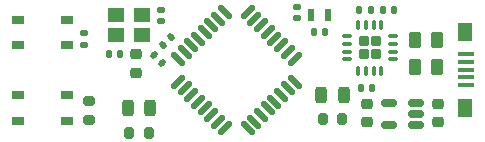
<source format=gtp>
G04 #@! TF.GenerationSoftware,KiCad,Pcbnew,7.0.7*
G04 #@! TF.CreationDate,2023-09-06T15:40:30-04:00*
G04 #@! TF.ProjectId,stm8l151k6t6_board,73746d38-6c31-4353-916b-3674365f626f,rev?*
G04 #@! TF.SameCoordinates,Original*
G04 #@! TF.FileFunction,Paste,Top*
G04 #@! TF.FilePolarity,Positive*
%FSLAX46Y46*%
G04 Gerber Fmt 4.6, Leading zero omitted, Abs format (unit mm)*
G04 Created by KiCad (PCBNEW 7.0.7) date 2023-09-06 15:40:30*
%MOMM*%
%LPD*%
G01*
G04 APERTURE LIST*
G04 Aperture macros list*
%AMRoundRect*
0 Rectangle with rounded corners*
0 $1 Rounding radius*
0 $2 $3 $4 $5 $6 $7 $8 $9 X,Y pos of 4 corners*
0 Add a 4 corners polygon primitive as box body*
4,1,4,$2,$3,$4,$5,$6,$7,$8,$9,$2,$3,0*
0 Add four circle primitives for the rounded corners*
1,1,$1+$1,$2,$3*
1,1,$1+$1,$4,$5*
1,1,$1+$1,$6,$7*
1,1,$1+$1,$8,$9*
0 Add four rect primitives between the rounded corners*
20,1,$1+$1,$2,$3,$4,$5,0*
20,1,$1+$1,$4,$5,$6,$7,0*
20,1,$1+$1,$6,$7,$8,$9,0*
20,1,$1+$1,$8,$9,$2,$3,0*%
G04 Aperture macros list end*
%ADD10RoundRect,0.140000X-0.140000X-0.170000X0.140000X-0.170000X0.140000X0.170000X-0.140000X0.170000X0*%
%ADD11RoundRect,0.150000X0.512500X0.150000X-0.512500X0.150000X-0.512500X-0.150000X0.512500X-0.150000X0*%
%ADD12RoundRect,0.225000X0.250000X-0.225000X0.250000X0.225000X-0.250000X0.225000X-0.250000X-0.225000X0*%
%ADD13R,1.400000X1.200000*%
%ADD14RoundRect,0.250000X0.262500X0.450000X-0.262500X0.450000X-0.262500X-0.450000X0.262500X-0.450000X0*%
%ADD15RoundRect,0.140000X0.170000X-0.140000X0.170000X0.140000X-0.170000X0.140000X-0.170000X-0.140000X0*%
%ADD16RoundRect,0.140000X0.021213X-0.219203X0.219203X-0.021213X-0.021213X0.219203X-0.219203X0.021213X0*%
%ADD17RoundRect,0.200000X0.275000X-0.200000X0.275000X0.200000X-0.275000X0.200000X-0.275000X-0.200000X0*%
%ADD18RoundRect,0.200000X0.200000X0.275000X-0.200000X0.275000X-0.200000X-0.275000X0.200000X-0.275000X0*%
%ADD19R,1.350013X0.400000*%
%ADD20R,1.199898X1.600000*%
%ADD21RoundRect,0.140000X0.140000X0.170000X-0.140000X0.170000X-0.140000X-0.170000X0.140000X-0.170000X0*%
%ADD22RoundRect,0.212500X0.212500X-0.212500X0.212500X0.212500X-0.212500X0.212500X-0.212500X-0.212500X0*%
%ADD23RoundRect,0.075000X0.075000X-0.350000X0.075000X0.350000X-0.075000X0.350000X-0.075000X-0.350000X0*%
%ADD24RoundRect,0.075000X0.350000X-0.075000X0.350000X0.075000X-0.350000X0.075000X-0.350000X-0.075000X0*%
%ADD25RoundRect,0.125000X-0.530330X0.353553X0.353553X-0.530330X0.530330X-0.353553X-0.353553X0.530330X0*%
%ADD26RoundRect,0.125000X-0.530330X-0.353553X-0.353553X-0.530330X0.530330X0.353553X0.353553X0.530330X0*%
%ADD27R,1.050013X0.700000*%
%ADD28RoundRect,0.243750X0.243750X0.456250X-0.243750X0.456250X-0.243750X-0.456250X0.243750X-0.456250X0*%
%ADD29R,0.600000X1.100000*%
%ADD30RoundRect,0.140000X-0.219203X-0.021213X-0.021213X-0.219203X0.219203X0.021213X0.021213X0.219203X0*%
%ADD31RoundRect,0.225000X-0.250000X0.225000X-0.250000X-0.225000X0.250000X-0.225000X0.250000X0.225000X0*%
%ADD32RoundRect,0.140000X-0.170000X0.140000X-0.170000X-0.140000X0.170000X-0.140000X0.170000X0.140000X0*%
G04 APERTURE END LIST*
D10*
X143570000Y-109800000D03*
X144530000Y-109800000D03*
D11*
X152237500Y-117650000D03*
X152237500Y-116700000D03*
X152237500Y-115750000D03*
X149962500Y-115750000D03*
X149962500Y-117650000D03*
D12*
X128550000Y-113225000D03*
X128550000Y-111675000D03*
D13*
X126800000Y-110050000D03*
X129000000Y-110050000D03*
X129000000Y-108350000D03*
X126800000Y-108350000D03*
D14*
X153962500Y-112750000D03*
X152137500Y-112750000D03*
D15*
X124100076Y-110854930D03*
X124100076Y-109894930D03*
D16*
X130810589Y-110889411D03*
X131489411Y-110210589D03*
D17*
X124500000Y-117225000D03*
X124500000Y-115575000D03*
D18*
X129600000Y-118325000D03*
X127950000Y-118325000D03*
D19*
X156449898Y-114270003D03*
X156449898Y-113619761D03*
X156449898Y-112969520D03*
X156449898Y-112319279D03*
X156449898Y-111669037D03*
D20*
X156374968Y-116249936D03*
X156374968Y-109750064D03*
D21*
X148380000Y-107900000D03*
X147420000Y-107900000D03*
D10*
X149420000Y-107900000D03*
X150380000Y-107900000D03*
X126220000Y-111600000D03*
X127180000Y-111600000D03*
D22*
X147775000Y-111625000D03*
X148825000Y-111625000D03*
X147775000Y-110575000D03*
X148825000Y-110575000D03*
D23*
X147325000Y-113050000D03*
X147975000Y-113050000D03*
X148625000Y-113050000D03*
X149275000Y-113050000D03*
D24*
X150250000Y-112075000D03*
X150250000Y-111425000D03*
X150250000Y-110775000D03*
X150250000Y-110125000D03*
D23*
X149275000Y-109150000D03*
X148625000Y-109150000D03*
X147975000Y-109150000D03*
X147325000Y-109150000D03*
D24*
X146350000Y-110125000D03*
X146350000Y-110775000D03*
X146350000Y-111425000D03*
X146350000Y-112075000D03*
D25*
X136027728Y-108067930D03*
X135462043Y-108633616D03*
X134896357Y-109199301D03*
X134330672Y-109764986D03*
X133764986Y-110330672D03*
X133199301Y-110896357D03*
X132633616Y-111462043D03*
X132067930Y-112027728D03*
D26*
X132067930Y-113972272D03*
X132633616Y-114537957D03*
X133199301Y-115103643D03*
X133764986Y-115669328D03*
X134330672Y-116235014D03*
X134896357Y-116800699D03*
X135462043Y-117366384D03*
X136027728Y-117932070D03*
D25*
X137972272Y-117932070D03*
X138537957Y-117366384D03*
X139103643Y-116800699D03*
X139669328Y-116235014D03*
X140235014Y-115669328D03*
X140800699Y-115103643D03*
X141366384Y-114537957D03*
X141932070Y-113972272D03*
D26*
X141932070Y-112027728D03*
X141366384Y-111462043D03*
X140800699Y-110896357D03*
X140235014Y-110330672D03*
X139669328Y-109764986D03*
X139103643Y-109199301D03*
X138537957Y-108633616D03*
X137972272Y-108067930D03*
D12*
X148100000Y-117425000D03*
X148100000Y-115875000D03*
D15*
X142150000Y-108580000D03*
X142150000Y-107620000D03*
D27*
X122700076Y-117274930D03*
X118499924Y-117274930D03*
X122700076Y-115125070D03*
X118499924Y-115125070D03*
D14*
X153962500Y-110450000D03*
X152137500Y-110450000D03*
D28*
X146087500Y-115100000D03*
X144212500Y-115100000D03*
D29*
X144750000Y-108300000D03*
X143350000Y-108300000D03*
D30*
X130060589Y-111710589D03*
X130739411Y-112389411D03*
D31*
X154100000Y-115875000D03*
X154100000Y-117425000D03*
D18*
X145975000Y-117100000D03*
X144325000Y-117100000D03*
D10*
X147520000Y-114500000D03*
X148480000Y-114500000D03*
D27*
X118499924Y-108725070D03*
X122700076Y-108725070D03*
X118499924Y-110874930D03*
X122700076Y-110874930D03*
D32*
X130600000Y-107920000D03*
X130600000Y-108880000D03*
D28*
X129712500Y-116225000D03*
X127837500Y-116225000D03*
M02*

</source>
